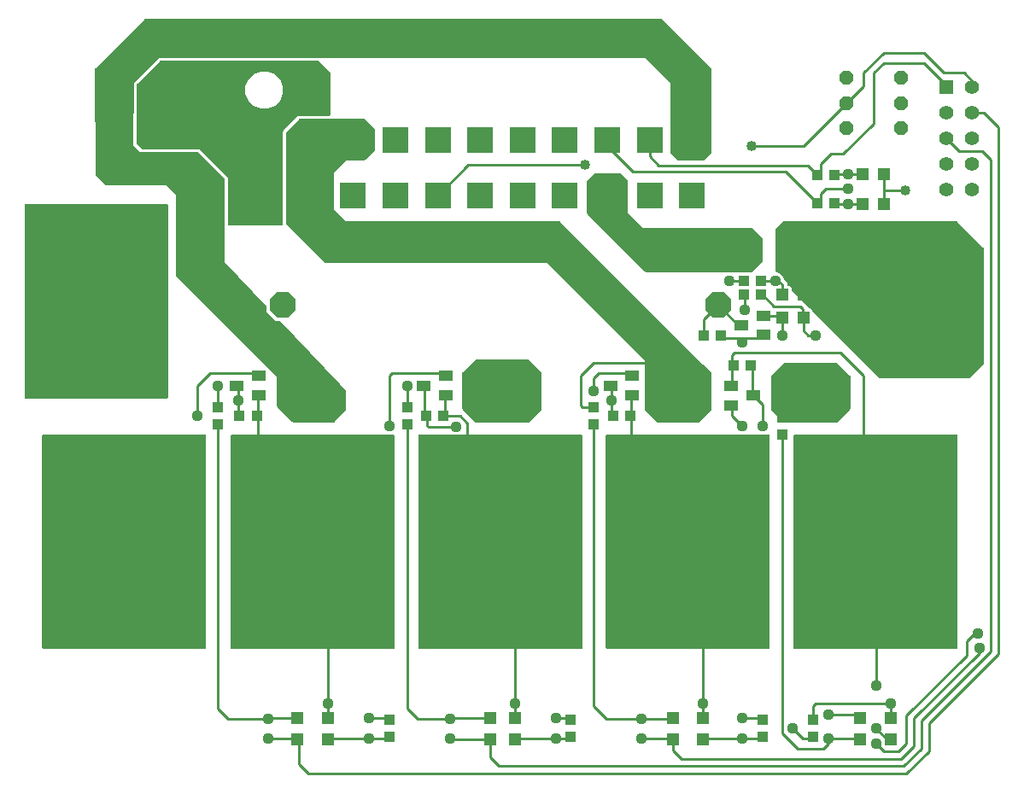
<source format=gbr>
G04 EAGLE Gerber RS-274X export*
G75*
%MOMM*%
%FSLAX34Y34*%
%LPD*%
%INTop Copper*%
%IPPOS*%
%AMOC8*
5,1,8,0,0,1.08239X$1,22.5*%
G01*
%ADD10P,2.749271X8X202.500000*%
%ADD11R,1.200000X1.200000*%
%ADD12R,1.100000X1.000000*%
%ADD13R,1.000000X1.100000*%
%ADD14R,3.150000X1.700000*%
%ADD15R,1.700000X3.150000*%
%ADD16C,8.000000*%
%ADD17R,2.550000X2.550000*%
%ADD18P,1.525737X8X112.500000*%
%ADD19R,1.400000X1.000000*%
%ADD20R,1.409600X1.409600*%
%ADD21C,1.409600*%
%ADD22C,0.254000*%
%ADD23C,1.117600*%
%ADD24C,1.108000*%
%ADD25C,1.016000*%
%ADD26C,1.422400*%
%ADD27C,1.114800*%

G36*
X335155Y373495D02*
X335155Y373495D01*
X335346Y373516D01*
X335346Y373517D01*
X335505Y373573D01*
X335674Y373634D01*
X335812Y373723D01*
X335967Y373823D01*
X335968Y373824D01*
X336143Y373993D01*
X346943Y386243D01*
X346988Y386307D01*
X347040Y386366D01*
X347087Y386450D01*
X347142Y386529D01*
X347171Y386602D01*
X347209Y386671D01*
X347235Y386763D01*
X347270Y386853D01*
X347282Y386930D01*
X347304Y387006D01*
X347315Y387149D01*
X347322Y387197D01*
X347321Y387218D01*
X347323Y387250D01*
X347323Y403800D01*
X347316Y403860D01*
X347318Y403921D01*
X347296Y404033D01*
X347283Y404146D01*
X347263Y404203D01*
X347251Y404263D01*
X347204Y404367D01*
X347166Y404474D01*
X347133Y404525D01*
X347108Y404580D01*
X346992Y404744D01*
X346977Y404767D01*
X346972Y404772D01*
X346966Y404780D01*
X344866Y407280D01*
X344833Y407311D01*
X344777Y407377D01*
X341093Y411061D01*
X281988Y473773D01*
X281875Y473869D01*
X281764Y473968D01*
X281742Y473981D01*
X281722Y473997D01*
X281589Y474065D01*
X281459Y474137D01*
X281434Y474144D01*
X281411Y474156D01*
X281267Y474191D01*
X281124Y474232D01*
X281093Y474234D01*
X281073Y474239D01*
X281025Y474240D01*
X280880Y474251D01*
X277577Y474251D01*
X268351Y483477D01*
X268351Y487638D01*
X268339Y487741D01*
X268337Y487845D01*
X268319Y487913D01*
X268311Y487984D01*
X268276Y488082D01*
X268251Y488182D01*
X268218Y488245D01*
X268194Y488312D01*
X268138Y488399D01*
X268089Y488491D01*
X268030Y488565D01*
X268005Y488605D01*
X267978Y488631D01*
X267937Y488682D01*
X226823Y532305D01*
X226823Y614700D01*
X226809Y614826D01*
X226802Y614952D01*
X226789Y614998D01*
X226783Y615046D01*
X226741Y615165D01*
X226706Y615287D01*
X226682Y615329D01*
X226666Y615374D01*
X226597Y615481D01*
X226536Y615591D01*
X226496Y615637D01*
X226477Y615667D01*
X226442Y615701D01*
X226377Y615777D01*
X201077Y641077D01*
X200978Y641156D01*
X200884Y641240D01*
X200842Y641264D01*
X200804Y641294D01*
X200690Y641348D01*
X200579Y641409D01*
X200533Y641422D01*
X200489Y641443D01*
X200366Y641469D01*
X200244Y641504D01*
X200183Y641509D01*
X200148Y641516D01*
X200100Y641515D01*
X200000Y641523D01*
X143131Y641523D01*
X136526Y648128D01*
X136820Y710466D01*
X161331Y734977D01*
X643769Y734977D01*
X668277Y710469D01*
X668277Y641250D01*
X668291Y641124D01*
X668298Y640998D01*
X668311Y640952D01*
X668317Y640904D01*
X668359Y640785D01*
X668394Y640663D01*
X668418Y640621D01*
X668434Y640576D01*
X668503Y640469D01*
X668564Y640359D01*
X668604Y640313D01*
X668623Y640283D01*
X668658Y640249D01*
X668723Y640173D01*
X675073Y633823D01*
X675172Y633744D01*
X675266Y633660D01*
X675308Y633636D01*
X675346Y633606D01*
X675460Y633552D01*
X675571Y633491D01*
X675617Y633478D01*
X675661Y633457D01*
X675784Y633431D01*
X675906Y633396D01*
X675967Y633392D01*
X676002Y633384D01*
X676050Y633385D01*
X676150Y633377D01*
X701550Y633377D01*
X701676Y633391D01*
X701802Y633398D01*
X701848Y633411D01*
X701896Y633417D01*
X702015Y633459D01*
X702137Y633494D01*
X702179Y633518D01*
X702224Y633534D01*
X702331Y633603D01*
X702441Y633664D01*
X702487Y633704D01*
X702517Y633723D01*
X702551Y633758D01*
X702627Y633823D01*
X708977Y640173D01*
X709056Y640272D01*
X709140Y640366D01*
X709164Y640408D01*
X709194Y640446D01*
X709248Y640560D01*
X709309Y640671D01*
X709322Y640717D01*
X709343Y640761D01*
X709369Y640884D01*
X709404Y641006D01*
X709409Y641067D01*
X709416Y641102D01*
X709415Y641150D01*
X709423Y641250D01*
X709423Y723800D01*
X709409Y723926D01*
X709402Y724052D01*
X709389Y724098D01*
X709383Y724146D01*
X709341Y724265D01*
X709306Y724387D01*
X709282Y724429D01*
X709266Y724474D01*
X709197Y724581D01*
X709136Y724691D01*
X709096Y724737D01*
X709077Y724767D01*
X709042Y724801D01*
X709030Y724815D01*
X709019Y724831D01*
X709008Y724841D01*
X708977Y724877D01*
X660877Y772977D01*
X660778Y773056D01*
X660684Y773140D01*
X660642Y773164D01*
X660604Y773194D01*
X660490Y773248D01*
X660379Y773309D01*
X660333Y773322D01*
X660289Y773343D01*
X660166Y773369D01*
X660044Y773404D01*
X659983Y773409D01*
X659948Y773416D01*
X659900Y773415D01*
X659800Y773423D01*
X148000Y773423D01*
X147874Y773409D01*
X147748Y773402D01*
X147702Y773389D01*
X147654Y773383D01*
X147535Y773341D01*
X147413Y773306D01*
X147371Y773282D01*
X147326Y773266D01*
X147219Y773197D01*
X147109Y773136D01*
X147063Y773096D01*
X147033Y773077D01*
X146999Y773042D01*
X146923Y772977D01*
X98823Y724877D01*
X98757Y724794D01*
X98715Y724750D01*
X98706Y724735D01*
X98659Y724683D01*
X98636Y724641D01*
X98606Y724604D01*
X98552Y724489D01*
X98491Y724378D01*
X98478Y724332D01*
X98457Y724289D01*
X98431Y724165D01*
X98396Y724042D01*
X98391Y723983D01*
X98384Y723948D01*
X98385Y723900D01*
X98377Y723799D01*
X98477Y619999D01*
X98491Y619874D01*
X98498Y619748D01*
X98511Y619701D01*
X98517Y619652D01*
X98560Y619534D01*
X98594Y619413D01*
X98618Y619371D01*
X98635Y619324D01*
X98703Y619219D01*
X98764Y619109D01*
X98804Y619062D01*
X98824Y619032D01*
X98859Y618998D01*
X98923Y618923D01*
X108923Y608923D01*
X109022Y608844D01*
X109116Y608760D01*
X109158Y608736D01*
X109196Y608706D01*
X109310Y608652D01*
X109421Y608591D01*
X109467Y608578D01*
X109511Y608557D01*
X109634Y608531D01*
X109756Y608496D01*
X109817Y608492D01*
X109852Y608484D01*
X109900Y608485D01*
X110000Y608477D01*
X169369Y608477D01*
X178377Y599469D01*
X178377Y520100D01*
X178391Y519974D01*
X178398Y519848D01*
X178411Y519802D01*
X178417Y519754D01*
X178459Y519635D01*
X178494Y519513D01*
X178518Y519471D01*
X178534Y519426D01*
X178603Y519319D01*
X178664Y519209D01*
X178704Y519163D01*
X178723Y519133D01*
X178758Y519099D01*
X178823Y519023D01*
X278477Y419369D01*
X278477Y390000D01*
X278491Y389874D01*
X278498Y389748D01*
X278511Y389702D01*
X278517Y389654D01*
X278559Y389535D01*
X278594Y389413D01*
X278618Y389371D01*
X278634Y389326D01*
X278703Y389219D01*
X278764Y389109D01*
X278804Y389063D01*
X278823Y389033D01*
X278858Y388999D01*
X278923Y388923D01*
X293923Y373923D01*
X294022Y373844D01*
X294116Y373760D01*
X294158Y373736D01*
X294196Y373706D01*
X294310Y373652D01*
X294421Y373591D01*
X294467Y373578D01*
X294511Y373557D01*
X294634Y373531D01*
X294756Y373496D01*
X294817Y373492D01*
X294852Y373484D01*
X294900Y373485D01*
X295000Y373477D01*
X335000Y373477D01*
X335155Y373495D01*
G37*
G36*
X394118Y148746D02*
X394118Y148746D01*
X394237Y148753D01*
X394275Y148766D01*
X394316Y148771D01*
X394426Y148814D01*
X394539Y148851D01*
X394574Y148873D01*
X394611Y148888D01*
X394707Y148958D01*
X394808Y149021D01*
X394836Y149051D01*
X394869Y149074D01*
X394945Y149166D01*
X395026Y149253D01*
X395046Y149288D01*
X395071Y149319D01*
X395122Y149427D01*
X395180Y149531D01*
X395190Y149571D01*
X395207Y149607D01*
X395229Y149724D01*
X395259Y149839D01*
X395263Y149900D01*
X395267Y149920D01*
X395265Y149940D01*
X395269Y150000D01*
X395269Y360000D01*
X395254Y360118D01*
X395247Y360237D01*
X395234Y360275D01*
X395229Y360316D01*
X395186Y360426D01*
X395149Y360539D01*
X395127Y360574D01*
X395112Y360611D01*
X395043Y360707D01*
X394979Y360808D01*
X394949Y360836D01*
X394926Y360869D01*
X394834Y360945D01*
X394747Y361026D01*
X394712Y361046D01*
X394681Y361071D01*
X394573Y361122D01*
X394469Y361180D01*
X394429Y361190D01*
X394393Y361207D01*
X394276Y361229D01*
X394161Y361259D01*
X394101Y361263D01*
X394081Y361267D01*
X394060Y361265D01*
X394000Y361269D01*
X234000Y361269D01*
X233882Y361254D01*
X233763Y361247D01*
X233725Y361234D01*
X233684Y361229D01*
X233574Y361186D01*
X233461Y361149D01*
X233426Y361127D01*
X233389Y361112D01*
X233293Y361043D01*
X233192Y360979D01*
X233164Y360949D01*
X233131Y360926D01*
X233056Y360834D01*
X232974Y360747D01*
X232954Y360712D01*
X232929Y360681D01*
X232878Y360573D01*
X232820Y360469D01*
X232810Y360429D01*
X232793Y360393D01*
X232771Y360276D01*
X232741Y360161D01*
X232737Y360101D01*
X232733Y360081D01*
X232735Y360060D01*
X232731Y360000D01*
X232731Y150000D01*
X232746Y149882D01*
X232753Y149763D01*
X232766Y149725D01*
X232771Y149684D01*
X232814Y149574D01*
X232851Y149461D01*
X232873Y149426D01*
X232888Y149389D01*
X232958Y149293D01*
X233021Y149192D01*
X233051Y149164D01*
X233074Y149131D01*
X233166Y149056D01*
X233253Y148974D01*
X233288Y148954D01*
X233319Y148929D01*
X233427Y148878D01*
X233531Y148820D01*
X233571Y148810D01*
X233607Y148793D01*
X233724Y148771D01*
X233839Y148741D01*
X233900Y148737D01*
X233920Y148733D01*
X233940Y148735D01*
X234000Y148731D01*
X394000Y148731D01*
X394118Y148746D01*
G37*
G36*
X207318Y148746D02*
X207318Y148746D01*
X207437Y148753D01*
X207475Y148766D01*
X207516Y148771D01*
X207626Y148814D01*
X207739Y148851D01*
X207774Y148873D01*
X207811Y148888D01*
X207907Y148958D01*
X208008Y149021D01*
X208036Y149051D01*
X208069Y149074D01*
X208145Y149166D01*
X208226Y149253D01*
X208246Y149288D01*
X208271Y149319D01*
X208322Y149427D01*
X208380Y149531D01*
X208390Y149571D01*
X208407Y149607D01*
X208429Y149724D01*
X208459Y149839D01*
X208463Y149900D01*
X208467Y149920D01*
X208465Y149940D01*
X208469Y150000D01*
X208469Y360000D01*
X208454Y360118D01*
X208447Y360237D01*
X208434Y360275D01*
X208429Y360316D01*
X208386Y360426D01*
X208349Y360539D01*
X208327Y360574D01*
X208312Y360611D01*
X208243Y360707D01*
X208179Y360808D01*
X208149Y360836D01*
X208126Y360869D01*
X208034Y360945D01*
X207947Y361026D01*
X207912Y361046D01*
X207881Y361071D01*
X207773Y361122D01*
X207669Y361180D01*
X207629Y361190D01*
X207593Y361207D01*
X207476Y361229D01*
X207361Y361259D01*
X207301Y361263D01*
X207281Y361267D01*
X207260Y361265D01*
X207200Y361269D01*
X47200Y361269D01*
X47082Y361254D01*
X46963Y361247D01*
X46925Y361234D01*
X46884Y361229D01*
X46774Y361186D01*
X46661Y361149D01*
X46626Y361127D01*
X46589Y361112D01*
X46493Y361043D01*
X46392Y360979D01*
X46364Y360949D01*
X46331Y360926D01*
X46256Y360834D01*
X46174Y360747D01*
X46154Y360712D01*
X46129Y360681D01*
X46078Y360573D01*
X46020Y360469D01*
X46010Y360429D01*
X45993Y360393D01*
X45971Y360276D01*
X45941Y360161D01*
X45937Y360101D01*
X45933Y360081D01*
X45935Y360060D01*
X45931Y360000D01*
X45931Y150000D01*
X45946Y149882D01*
X45953Y149763D01*
X45966Y149725D01*
X45971Y149684D01*
X46014Y149574D01*
X46051Y149461D01*
X46073Y149426D01*
X46088Y149389D01*
X46158Y149293D01*
X46221Y149192D01*
X46251Y149164D01*
X46274Y149131D01*
X46366Y149056D01*
X46453Y148974D01*
X46488Y148954D01*
X46519Y148929D01*
X46627Y148878D01*
X46731Y148820D01*
X46771Y148810D01*
X46807Y148793D01*
X46924Y148771D01*
X47039Y148741D01*
X47100Y148737D01*
X47120Y148733D01*
X47140Y148735D01*
X47200Y148731D01*
X207200Y148731D01*
X207318Y148746D01*
G37*
G36*
X952118Y148746D02*
X952118Y148746D01*
X952237Y148753D01*
X952275Y148766D01*
X952316Y148771D01*
X952426Y148814D01*
X952539Y148851D01*
X952574Y148873D01*
X952611Y148888D01*
X952707Y148958D01*
X952808Y149021D01*
X952836Y149051D01*
X952869Y149074D01*
X952945Y149166D01*
X953026Y149253D01*
X953046Y149288D01*
X953071Y149319D01*
X953122Y149427D01*
X953180Y149531D01*
X953190Y149571D01*
X953207Y149607D01*
X953229Y149724D01*
X953259Y149839D01*
X953263Y149900D01*
X953267Y149920D01*
X953265Y149940D01*
X953269Y150000D01*
X953269Y360000D01*
X953254Y360118D01*
X953247Y360237D01*
X953234Y360275D01*
X953229Y360316D01*
X953186Y360426D01*
X953149Y360539D01*
X953127Y360574D01*
X953112Y360611D01*
X953043Y360707D01*
X952979Y360808D01*
X952949Y360836D01*
X952926Y360869D01*
X952834Y360945D01*
X952747Y361026D01*
X952712Y361046D01*
X952681Y361071D01*
X952573Y361122D01*
X952469Y361180D01*
X952429Y361190D01*
X952393Y361207D01*
X952276Y361229D01*
X952161Y361259D01*
X952101Y361263D01*
X952081Y361267D01*
X952060Y361265D01*
X952000Y361269D01*
X792000Y361269D01*
X791882Y361254D01*
X791763Y361247D01*
X791725Y361234D01*
X791684Y361229D01*
X791574Y361186D01*
X791461Y361149D01*
X791426Y361127D01*
X791389Y361112D01*
X791293Y361043D01*
X791192Y360979D01*
X791164Y360949D01*
X791131Y360926D01*
X791056Y360834D01*
X790974Y360747D01*
X790954Y360712D01*
X790929Y360681D01*
X790878Y360573D01*
X790820Y360469D01*
X790810Y360429D01*
X790793Y360393D01*
X790771Y360276D01*
X790741Y360161D01*
X790737Y360101D01*
X790733Y360081D01*
X790735Y360060D01*
X790731Y360000D01*
X790731Y150000D01*
X790746Y149882D01*
X790753Y149763D01*
X790766Y149725D01*
X790771Y149684D01*
X790814Y149574D01*
X790851Y149461D01*
X790873Y149426D01*
X790888Y149389D01*
X790958Y149293D01*
X791021Y149192D01*
X791051Y149164D01*
X791074Y149131D01*
X791166Y149056D01*
X791253Y148974D01*
X791288Y148954D01*
X791319Y148929D01*
X791427Y148878D01*
X791531Y148820D01*
X791571Y148810D01*
X791607Y148793D01*
X791724Y148771D01*
X791839Y148741D01*
X791900Y148737D01*
X791920Y148733D01*
X791940Y148735D01*
X792000Y148731D01*
X952000Y148731D01*
X952118Y148746D01*
G37*
G36*
X766118Y148746D02*
X766118Y148746D01*
X766237Y148753D01*
X766275Y148766D01*
X766316Y148771D01*
X766426Y148814D01*
X766539Y148851D01*
X766574Y148873D01*
X766611Y148888D01*
X766707Y148958D01*
X766808Y149021D01*
X766836Y149051D01*
X766869Y149074D01*
X766945Y149166D01*
X767026Y149253D01*
X767046Y149288D01*
X767071Y149319D01*
X767122Y149427D01*
X767180Y149531D01*
X767190Y149571D01*
X767207Y149607D01*
X767229Y149724D01*
X767259Y149839D01*
X767263Y149900D01*
X767267Y149920D01*
X767265Y149940D01*
X767269Y150000D01*
X767269Y360000D01*
X767254Y360118D01*
X767247Y360237D01*
X767234Y360275D01*
X767229Y360316D01*
X767186Y360426D01*
X767149Y360539D01*
X767127Y360574D01*
X767112Y360611D01*
X767043Y360707D01*
X766979Y360808D01*
X766949Y360836D01*
X766926Y360869D01*
X766834Y360945D01*
X766747Y361026D01*
X766712Y361046D01*
X766681Y361071D01*
X766573Y361122D01*
X766469Y361180D01*
X766429Y361190D01*
X766393Y361207D01*
X766276Y361229D01*
X766161Y361259D01*
X766101Y361263D01*
X766081Y361267D01*
X766060Y361265D01*
X766000Y361269D01*
X606000Y361269D01*
X605882Y361254D01*
X605763Y361247D01*
X605725Y361234D01*
X605684Y361229D01*
X605574Y361186D01*
X605461Y361149D01*
X605426Y361127D01*
X605389Y361112D01*
X605293Y361043D01*
X605192Y360979D01*
X605164Y360949D01*
X605131Y360926D01*
X605056Y360834D01*
X604974Y360747D01*
X604954Y360712D01*
X604929Y360681D01*
X604878Y360573D01*
X604820Y360469D01*
X604810Y360429D01*
X604793Y360393D01*
X604771Y360276D01*
X604741Y360161D01*
X604737Y360101D01*
X604733Y360081D01*
X604735Y360060D01*
X604731Y360000D01*
X604731Y150000D01*
X604746Y149882D01*
X604753Y149763D01*
X604766Y149725D01*
X604771Y149684D01*
X604814Y149574D01*
X604851Y149461D01*
X604873Y149426D01*
X604888Y149389D01*
X604958Y149293D01*
X605021Y149192D01*
X605051Y149164D01*
X605074Y149131D01*
X605166Y149056D01*
X605253Y148974D01*
X605288Y148954D01*
X605319Y148929D01*
X605427Y148878D01*
X605531Y148820D01*
X605571Y148810D01*
X605607Y148793D01*
X605724Y148771D01*
X605839Y148741D01*
X605900Y148737D01*
X605920Y148733D01*
X605940Y148735D01*
X606000Y148731D01*
X766000Y148731D01*
X766118Y148746D01*
G37*
G36*
X580118Y148746D02*
X580118Y148746D01*
X580237Y148753D01*
X580275Y148766D01*
X580316Y148771D01*
X580426Y148814D01*
X580539Y148851D01*
X580574Y148873D01*
X580611Y148888D01*
X580707Y148958D01*
X580808Y149021D01*
X580836Y149051D01*
X580869Y149074D01*
X580945Y149166D01*
X581026Y149253D01*
X581046Y149288D01*
X581071Y149319D01*
X581122Y149427D01*
X581180Y149531D01*
X581190Y149571D01*
X581207Y149607D01*
X581229Y149724D01*
X581259Y149839D01*
X581263Y149900D01*
X581267Y149920D01*
X581265Y149940D01*
X581269Y150000D01*
X581269Y360000D01*
X581254Y360118D01*
X581247Y360237D01*
X581234Y360275D01*
X581229Y360316D01*
X581186Y360426D01*
X581149Y360539D01*
X581127Y360574D01*
X581112Y360611D01*
X581043Y360707D01*
X580979Y360808D01*
X580949Y360836D01*
X580926Y360869D01*
X580834Y360945D01*
X580747Y361026D01*
X580712Y361046D01*
X580681Y361071D01*
X580573Y361122D01*
X580469Y361180D01*
X580429Y361190D01*
X580393Y361207D01*
X580276Y361229D01*
X580161Y361259D01*
X580101Y361263D01*
X580081Y361267D01*
X580060Y361265D01*
X580000Y361269D01*
X458356Y361269D01*
X458347Y361268D01*
X458338Y361269D01*
X458189Y361248D01*
X458041Y361229D01*
X458032Y361226D01*
X458023Y361225D01*
X457870Y361173D01*
X457766Y361129D01*
X454734Y361129D01*
X454630Y361173D01*
X454621Y361175D01*
X454612Y361180D01*
X454468Y361217D01*
X454323Y361257D01*
X454313Y361257D01*
X454304Y361259D01*
X454144Y361269D01*
X420000Y361269D01*
X419882Y361254D01*
X419763Y361247D01*
X419725Y361234D01*
X419684Y361229D01*
X419574Y361186D01*
X419461Y361149D01*
X419426Y361127D01*
X419389Y361112D01*
X419293Y361043D01*
X419192Y360979D01*
X419164Y360949D01*
X419131Y360926D01*
X419056Y360834D01*
X418974Y360747D01*
X418954Y360712D01*
X418929Y360681D01*
X418878Y360573D01*
X418820Y360469D01*
X418810Y360429D01*
X418793Y360393D01*
X418771Y360276D01*
X418741Y360161D01*
X418737Y360101D01*
X418733Y360081D01*
X418735Y360060D01*
X418731Y360000D01*
X418731Y150000D01*
X418746Y149882D01*
X418753Y149763D01*
X418766Y149725D01*
X418771Y149684D01*
X418814Y149574D01*
X418851Y149461D01*
X418873Y149426D01*
X418888Y149389D01*
X418958Y149293D01*
X419021Y149192D01*
X419051Y149164D01*
X419074Y149131D01*
X419166Y149056D01*
X419253Y148974D01*
X419288Y148954D01*
X419319Y148929D01*
X419427Y148878D01*
X419531Y148820D01*
X419571Y148810D01*
X419607Y148793D01*
X419724Y148771D01*
X419839Y148741D01*
X419900Y148737D01*
X419920Y148733D01*
X419940Y148735D01*
X420000Y148731D01*
X580000Y148731D01*
X580118Y148746D01*
G37*
G36*
X169618Y397346D02*
X169618Y397346D01*
X169737Y397353D01*
X169775Y397366D01*
X169816Y397371D01*
X169926Y397414D01*
X170039Y397451D01*
X170074Y397473D01*
X170111Y397488D01*
X170207Y397558D01*
X170308Y397621D01*
X170336Y397651D01*
X170369Y397674D01*
X170445Y397766D01*
X170526Y397853D01*
X170546Y397888D01*
X170571Y397919D01*
X170622Y398027D01*
X170680Y398131D01*
X170690Y398171D01*
X170707Y398207D01*
X170729Y398324D01*
X170759Y398439D01*
X170763Y398500D01*
X170767Y398520D01*
X170765Y398540D01*
X170769Y398600D01*
X170769Y588600D01*
X170754Y588718D01*
X170747Y588837D01*
X170734Y588875D01*
X170729Y588916D01*
X170686Y589026D01*
X170649Y589139D01*
X170627Y589174D01*
X170612Y589211D01*
X170543Y589307D01*
X170479Y589408D01*
X170449Y589436D01*
X170426Y589469D01*
X170334Y589545D01*
X170247Y589626D01*
X170212Y589646D01*
X170181Y589671D01*
X170073Y589722D01*
X169969Y589780D01*
X169929Y589790D01*
X169893Y589807D01*
X169776Y589829D01*
X169661Y589859D01*
X169601Y589863D01*
X169581Y589867D01*
X169560Y589865D01*
X169500Y589869D01*
X29500Y589869D01*
X29382Y589854D01*
X29263Y589847D01*
X29225Y589834D01*
X29184Y589829D01*
X29074Y589786D01*
X28961Y589749D01*
X28926Y589727D01*
X28889Y589712D01*
X28793Y589643D01*
X28692Y589579D01*
X28664Y589549D01*
X28631Y589526D01*
X28556Y589434D01*
X28474Y589347D01*
X28454Y589312D01*
X28429Y589281D01*
X28378Y589173D01*
X28320Y589069D01*
X28310Y589029D01*
X28293Y588993D01*
X28271Y588876D01*
X28241Y588761D01*
X28237Y588701D01*
X28233Y588681D01*
X28235Y588660D01*
X28231Y588600D01*
X28231Y398600D01*
X28246Y398482D01*
X28253Y398363D01*
X28266Y398325D01*
X28271Y398284D01*
X28314Y398174D01*
X28351Y398061D01*
X28373Y398026D01*
X28388Y397989D01*
X28458Y397893D01*
X28521Y397792D01*
X28551Y397764D01*
X28574Y397731D01*
X28666Y397656D01*
X28753Y397574D01*
X28788Y397554D01*
X28819Y397529D01*
X28927Y397478D01*
X29031Y397420D01*
X29071Y397410D01*
X29107Y397393D01*
X29224Y397371D01*
X29339Y397341D01*
X29400Y397337D01*
X29420Y397333D01*
X29440Y397335D01*
X29500Y397331D01*
X169500Y397331D01*
X169618Y397346D01*
G37*
G36*
X695326Y373141D02*
X695326Y373141D01*
X695452Y373148D01*
X695498Y373161D01*
X695546Y373167D01*
X695665Y373209D01*
X695787Y373244D01*
X695829Y373268D01*
X695874Y373284D01*
X695981Y373353D01*
X696091Y373414D01*
X696137Y373454D01*
X696167Y373473D01*
X696201Y373508D01*
X696277Y373573D01*
X708977Y386273D01*
X709056Y386372D01*
X709140Y386466D01*
X709164Y386508D01*
X709194Y386546D01*
X709248Y386660D01*
X709309Y386771D01*
X709322Y386817D01*
X709343Y386861D01*
X709369Y386984D01*
X709404Y387106D01*
X709409Y387167D01*
X709416Y387202D01*
X709415Y387250D01*
X709423Y387350D01*
X709423Y422100D01*
X709409Y422226D01*
X709402Y422352D01*
X709389Y422398D01*
X709383Y422446D01*
X709341Y422565D01*
X709306Y422687D01*
X709282Y422729D01*
X709266Y422774D01*
X709197Y422881D01*
X709136Y422991D01*
X709096Y423037D01*
X709077Y423067D01*
X709042Y423101D01*
X708977Y423177D01*
X701078Y431076D01*
X559878Y572576D01*
X559778Y572655D01*
X559684Y572740D01*
X559643Y572763D01*
X559605Y572793D01*
X559491Y572847D01*
X559379Y572909D01*
X559333Y572922D01*
X559291Y572942D01*
X559166Y572969D01*
X559044Y573004D01*
X558984Y573008D01*
X558950Y573016D01*
X558902Y573015D01*
X558800Y573023D01*
X546100Y573023D01*
X546099Y573023D01*
X346581Y572924D01*
X334773Y584731D01*
X334773Y621569D01*
X346581Y633377D01*
X365000Y633377D01*
X365126Y633391D01*
X365252Y633398D01*
X365298Y633411D01*
X365346Y633417D01*
X365465Y633459D01*
X365587Y633494D01*
X365629Y633518D01*
X365674Y633534D01*
X365781Y633603D01*
X365891Y633664D01*
X365937Y633704D01*
X365967Y633723D01*
X366001Y633758D01*
X366077Y633823D01*
X375602Y643348D01*
X375681Y643447D01*
X375765Y643541D01*
X375789Y643583D01*
X375819Y643621D01*
X375873Y643735D01*
X375934Y643846D01*
X375947Y643892D01*
X375968Y643936D01*
X375994Y644059D01*
X376029Y644181D01*
X376034Y644242D01*
X376041Y644277D01*
X376040Y644325D01*
X376048Y644425D01*
X376048Y663475D01*
X376034Y663601D01*
X376027Y663727D01*
X376014Y663773D01*
X376008Y663821D01*
X375966Y663940D01*
X375931Y664062D01*
X375907Y664104D01*
X375891Y664149D01*
X375822Y664256D01*
X375761Y664366D01*
X375721Y664412D01*
X375702Y664442D01*
X375667Y664476D01*
X375602Y664552D01*
X366077Y674077D01*
X365978Y674156D01*
X365884Y674240D01*
X365842Y674264D01*
X365804Y674294D01*
X365690Y674348D01*
X365579Y674409D01*
X365533Y674422D01*
X365489Y674443D01*
X365366Y674469D01*
X365244Y674504D01*
X365183Y674509D01*
X365148Y674516D01*
X365100Y674515D01*
X365000Y674523D01*
X301500Y674523D01*
X301374Y674509D01*
X301248Y674502D01*
X301202Y674489D01*
X301154Y674483D01*
X301035Y674441D01*
X300913Y674406D01*
X300871Y674382D01*
X300826Y674366D01*
X300719Y674297D01*
X300609Y674236D01*
X300563Y674196D01*
X300533Y674177D01*
X300499Y674142D01*
X300423Y674077D01*
X287723Y661377D01*
X287644Y661278D01*
X287560Y661184D01*
X287536Y661142D01*
X287506Y661104D01*
X287452Y660990D01*
X287391Y660879D01*
X287378Y660833D01*
X287357Y660789D01*
X287331Y660666D01*
X287296Y660544D01*
X287292Y660483D01*
X287284Y660448D01*
X287285Y660400D01*
X287277Y660300D01*
X287277Y571400D01*
X287291Y571274D01*
X287298Y571148D01*
X287311Y571102D01*
X287317Y571054D01*
X287359Y570935D01*
X287394Y570813D01*
X287418Y570771D01*
X287434Y570726D01*
X287503Y570619D01*
X287564Y570509D01*
X287604Y570463D01*
X287623Y570433D01*
X287658Y570399D01*
X287723Y570323D01*
X325823Y532223D01*
X325922Y532144D01*
X326016Y532059D01*
X326058Y532036D01*
X326096Y532006D01*
X326210Y531952D01*
X326322Y531891D01*
X326368Y531878D01*
X326411Y531857D01*
X326535Y531831D01*
X326657Y531796D01*
X326717Y531791D01*
X326752Y531784D01*
X326800Y531785D01*
X326901Y531777D01*
X520701Y531877D01*
X546115Y531877D01*
X546170Y531777D01*
X546243Y531640D01*
X546255Y531626D01*
X546264Y531609D01*
X546423Y531423D01*
X642877Y434969D01*
X642877Y387350D01*
X642891Y387224D01*
X642898Y387098D01*
X642911Y387052D01*
X642917Y387004D01*
X642959Y386885D01*
X642994Y386763D01*
X643018Y386721D01*
X643034Y386676D01*
X643103Y386569D01*
X643164Y386459D01*
X643204Y386413D01*
X643223Y386383D01*
X643258Y386349D01*
X643323Y386273D01*
X656023Y373573D01*
X656122Y373494D01*
X656216Y373410D01*
X656258Y373386D01*
X656296Y373356D01*
X656410Y373302D01*
X656521Y373241D01*
X656567Y373228D01*
X656611Y373207D01*
X656734Y373181D01*
X656856Y373146D01*
X656917Y373142D01*
X656952Y373134D01*
X657000Y373135D01*
X657100Y373127D01*
X695200Y373127D01*
X695326Y373141D01*
G37*
G36*
X965326Y417591D02*
X965326Y417591D01*
X965452Y417598D01*
X965498Y417611D01*
X965546Y417617D01*
X965665Y417659D01*
X965787Y417694D01*
X965829Y417718D01*
X965874Y417734D01*
X965981Y417803D01*
X966091Y417864D01*
X966137Y417904D01*
X966167Y417923D01*
X966201Y417958D01*
X966277Y418023D01*
X978977Y430723D01*
X979056Y430822D01*
X979140Y430916D01*
X979164Y430958D01*
X979194Y430996D01*
X979248Y431110D01*
X979309Y431221D01*
X979322Y431267D01*
X979343Y431311D01*
X979369Y431434D01*
X979404Y431556D01*
X979409Y431617D01*
X979416Y431652D01*
X979415Y431700D01*
X979423Y431800D01*
X979423Y546100D01*
X979409Y546226D01*
X979402Y546352D01*
X979389Y546398D01*
X979383Y546446D01*
X979341Y546565D01*
X979306Y546687D01*
X979282Y546729D01*
X979266Y546774D01*
X979197Y546881D01*
X979136Y546991D01*
X979096Y547037D01*
X979077Y547067D01*
X979042Y547101D01*
X978977Y547177D01*
X953577Y572577D01*
X953478Y572656D01*
X953384Y572740D01*
X953342Y572764D01*
X953304Y572794D01*
X953190Y572848D01*
X953079Y572909D01*
X953033Y572922D01*
X952989Y572943D01*
X952866Y572969D01*
X952744Y573004D01*
X952683Y573009D01*
X952648Y573016D01*
X952600Y573015D01*
X952500Y573023D01*
X781050Y573023D01*
X780924Y573009D01*
X780798Y573002D01*
X780752Y572989D01*
X780704Y572983D01*
X780585Y572941D01*
X780463Y572906D01*
X780421Y572882D01*
X780376Y572866D01*
X780269Y572797D01*
X780159Y572736D01*
X780113Y572696D01*
X780083Y572677D01*
X780049Y572642D01*
X779973Y572577D01*
X773623Y566227D01*
X773544Y566128D01*
X773460Y566034D01*
X773436Y565992D01*
X773406Y565954D01*
X773352Y565840D01*
X773291Y565729D01*
X773278Y565683D01*
X773257Y565639D01*
X773231Y565516D01*
X773196Y565394D01*
X773192Y565333D01*
X773184Y565298D01*
X773185Y565250D01*
X773177Y565150D01*
X773177Y523836D01*
X773186Y523760D01*
X773184Y523683D01*
X773205Y523587D01*
X773217Y523490D01*
X773242Y523418D01*
X773259Y523343D01*
X773301Y523254D01*
X773334Y523161D01*
X773376Y523097D01*
X773408Y523028D01*
X773470Y522951D01*
X773523Y522869D01*
X773578Y522816D01*
X773626Y522756D01*
X773703Y522695D01*
X773774Y522626D01*
X773839Y522587D01*
X773899Y522540D01*
X774033Y522472D01*
X774073Y522448D01*
X774091Y522442D01*
X774117Y522428D01*
X777392Y521072D01*
X779822Y518642D01*
X781154Y515427D01*
X781158Y515350D01*
X781171Y515304D01*
X781177Y515256D01*
X781219Y515137D01*
X781254Y515015D01*
X781278Y514973D01*
X781294Y514928D01*
X781363Y514821D01*
X781424Y514711D01*
X781464Y514665D01*
X781483Y514635D01*
X781518Y514601D01*
X781583Y514525D01*
X784319Y511789D01*
X784319Y510472D01*
X784321Y510455D01*
X784320Y510443D01*
X784321Y510435D01*
X784320Y510420D01*
X784342Y510273D01*
X784359Y510126D01*
X784367Y510101D01*
X784371Y510075D01*
X784426Y509937D01*
X784476Y509798D01*
X784490Y509776D01*
X784500Y509751D01*
X784585Y509630D01*
X784665Y509505D01*
X784684Y509487D01*
X784699Y509465D01*
X784809Y509366D01*
X784916Y509263D01*
X784938Y509249D01*
X784958Y509232D01*
X785088Y509160D01*
X785215Y509084D01*
X785240Y509076D01*
X785263Y509063D01*
X785406Y509023D01*
X785547Y508978D01*
X785573Y508976D01*
X785598Y508968D01*
X785842Y508949D01*
X786763Y508949D01*
X788549Y507163D01*
X788549Y505328D01*
X788563Y505202D01*
X788570Y505076D01*
X788583Y505030D01*
X788589Y504982D01*
X788631Y504863D01*
X788666Y504741D01*
X788690Y504699D01*
X788706Y504654D01*
X788775Y504547D01*
X788836Y504437D01*
X788876Y504391D01*
X788895Y504361D01*
X788930Y504327D01*
X788995Y504251D01*
X806251Y486995D01*
X806350Y486916D01*
X806444Y486832D01*
X806486Y486808D01*
X806524Y486778D01*
X806638Y486724D01*
X806749Y486663D01*
X806795Y486650D01*
X806839Y486629D01*
X806962Y486603D01*
X807084Y486568D01*
X807145Y486563D01*
X807180Y486556D01*
X807228Y486557D01*
X807328Y486549D01*
X807763Y486549D01*
X809549Y484763D01*
X809549Y484328D01*
X809563Y484202D01*
X809570Y484076D01*
X809583Y484030D01*
X809589Y483982D01*
X809631Y483863D01*
X809666Y483741D01*
X809690Y483699D01*
X809706Y483654D01*
X809775Y483547D01*
X809836Y483437D01*
X809876Y483391D01*
X809895Y483361D01*
X809930Y483327D01*
X809995Y483251D01*
X875223Y418023D01*
X875322Y417944D01*
X875416Y417860D01*
X875458Y417836D01*
X875496Y417806D01*
X875610Y417752D01*
X875721Y417691D01*
X875767Y417678D01*
X875811Y417657D01*
X875934Y417631D01*
X876056Y417596D01*
X876117Y417592D01*
X876152Y417584D01*
X876200Y417585D01*
X876300Y417577D01*
X965200Y417577D01*
X965326Y417591D01*
G37*
G36*
X282931Y568494D02*
X282931Y568494D01*
X283081Y568506D01*
X283104Y568514D01*
X283128Y568517D01*
X283270Y568567D01*
X283413Y568614D01*
X283433Y568626D01*
X283456Y568634D01*
X283583Y568716D01*
X283711Y568793D01*
X283728Y568810D01*
X283749Y568823D01*
X283854Y568932D01*
X283961Y569036D01*
X283974Y569056D01*
X283991Y569074D01*
X284068Y569203D01*
X284149Y569330D01*
X284158Y569352D01*
X284170Y569373D01*
X284216Y569516D01*
X284266Y569658D01*
X284269Y569682D01*
X284276Y569705D01*
X284288Y569855D01*
X284305Y570004D01*
X284302Y570028D01*
X284304Y570052D01*
X284282Y570201D01*
X284264Y570350D01*
X284255Y570378D01*
X284252Y570397D01*
X284235Y570441D01*
X284227Y570464D01*
X284227Y661210D01*
X284923Y662890D01*
X298910Y676877D01*
X300590Y677573D01*
X330000Y677573D01*
X330026Y677576D01*
X330052Y677574D01*
X330199Y677596D01*
X330346Y677613D01*
X330371Y677621D01*
X330397Y677625D01*
X330535Y677680D01*
X330674Y677730D01*
X330696Y677744D01*
X330721Y677754D01*
X330842Y677839D01*
X330967Y677919D01*
X330985Y677938D01*
X331007Y677953D01*
X331106Y678063D01*
X331209Y678170D01*
X331223Y678192D01*
X331240Y678212D01*
X331312Y678342D01*
X331388Y678469D01*
X331396Y678494D01*
X331409Y678517D01*
X331449Y678660D01*
X331494Y678801D01*
X331496Y678827D01*
X331504Y678852D01*
X331523Y679096D01*
X331523Y720000D01*
X331509Y720126D01*
X331502Y720252D01*
X331489Y720298D01*
X331483Y720346D01*
X331441Y720465D01*
X331406Y720587D01*
X331382Y720629D01*
X331366Y720674D01*
X331297Y720781D01*
X331236Y720891D01*
X331196Y720937D01*
X331177Y720967D01*
X331142Y721001D01*
X331077Y721077D01*
X320673Y731481D01*
X320574Y731560D01*
X320480Y731644D01*
X320438Y731668D01*
X320400Y731698D01*
X320286Y731752D01*
X320175Y731813D01*
X320129Y731826D01*
X320085Y731847D01*
X319962Y731873D01*
X319840Y731908D01*
X319779Y731913D01*
X319744Y731920D01*
X319696Y731919D01*
X319596Y731927D01*
X163225Y731927D01*
X163099Y731913D01*
X162973Y731906D01*
X162927Y731893D01*
X162879Y731887D01*
X162760Y731845D01*
X162638Y731810D01*
X162596Y731786D01*
X162551Y731770D01*
X162444Y731701D01*
X162334Y731640D01*
X162288Y731600D01*
X162258Y731581D01*
X162224Y731546D01*
X162148Y731481D01*
X140307Y709640D01*
X140237Y709551D01*
X140227Y709542D01*
X140225Y709538D01*
X140148Y709453D01*
X140123Y709408D01*
X140090Y709367D01*
X140038Y709256D01*
X139978Y709149D01*
X139964Y709099D01*
X139941Y709052D01*
X139916Y708932D01*
X139882Y708814D01*
X139876Y708748D01*
X139868Y708711D01*
X139869Y708664D01*
X139861Y708570D01*
X139585Y650020D01*
X139599Y649891D01*
X139606Y649761D01*
X139618Y649718D01*
X139623Y649674D01*
X139666Y649551D01*
X139702Y649426D01*
X139724Y649387D01*
X139739Y649345D01*
X139809Y649236D01*
X139872Y649122D01*
X139908Y649080D01*
X139926Y649052D01*
X139962Y649017D01*
X140031Y648936D01*
X143948Y645019D01*
X144047Y644940D01*
X144141Y644856D01*
X144183Y644832D01*
X144221Y644802D01*
X144335Y644748D01*
X144446Y644687D01*
X144492Y644674D01*
X144536Y644653D01*
X144659Y644627D01*
X144781Y644592D01*
X144842Y644587D01*
X144877Y644580D01*
X144925Y644581D01*
X145025Y644573D01*
X200910Y644573D01*
X202590Y643877D01*
X229177Y617290D01*
X229873Y615610D01*
X229873Y570000D01*
X229876Y569974D01*
X229874Y569948D01*
X229896Y569801D01*
X229913Y569654D01*
X229921Y569629D01*
X229925Y569603D01*
X229980Y569465D01*
X230030Y569326D01*
X230044Y569304D01*
X230054Y569279D01*
X230139Y569158D01*
X230219Y569033D01*
X230238Y569015D01*
X230253Y568993D01*
X230363Y568894D01*
X230470Y568791D01*
X230492Y568777D01*
X230512Y568760D01*
X230642Y568688D01*
X230769Y568612D01*
X230794Y568604D01*
X230817Y568591D01*
X230960Y568551D01*
X231101Y568506D01*
X231127Y568504D01*
X231152Y568496D01*
X231396Y568477D01*
X282782Y568477D01*
X282931Y568494D01*
G37*
G36*
X749398Y522618D02*
X749398Y522618D01*
X749497Y522621D01*
X749555Y522638D01*
X749616Y522646D01*
X749708Y522682D01*
X749803Y522710D01*
X749855Y522740D01*
X749911Y522763D01*
X749991Y522821D01*
X750077Y522871D01*
X750152Y522937D01*
X750169Y522949D01*
X750176Y522959D01*
X750198Y522978D01*
X759723Y532503D01*
X759783Y532581D01*
X759851Y532653D01*
X759880Y532706D01*
X759917Y532754D01*
X759957Y532845D01*
X760005Y532931D01*
X760020Y532990D01*
X760044Y533046D01*
X760059Y533144D01*
X760084Y533239D01*
X760090Y533339D01*
X760094Y533360D01*
X760092Y533372D01*
X760094Y533400D01*
X760094Y555625D01*
X760082Y555723D01*
X760079Y555822D01*
X760062Y555880D01*
X760054Y555941D01*
X760018Y556033D01*
X759990Y556128D01*
X759960Y556180D01*
X759937Y556236D01*
X759879Y556316D01*
X759829Y556402D01*
X759763Y556477D01*
X759751Y556494D01*
X759741Y556501D01*
X759723Y556523D01*
X750198Y566048D01*
X750119Y566108D01*
X750047Y566176D01*
X749994Y566205D01*
X749946Y566242D01*
X749855Y566282D01*
X749769Y566330D01*
X749710Y566345D01*
X749654Y566369D01*
X749556Y566384D01*
X749461Y566409D01*
X749361Y566415D01*
X749340Y566419D01*
X749328Y566417D01*
X749300Y566419D01*
X641876Y566419D01*
X626619Y581676D01*
X626619Y612675D01*
X626607Y612773D01*
X626604Y612872D01*
X626587Y612930D01*
X626579Y612991D01*
X626543Y613083D01*
X626515Y613178D01*
X626485Y613230D01*
X626462Y613286D01*
X626404Y613366D01*
X626354Y613452D01*
X626288Y613527D01*
X626276Y613544D01*
X626266Y613551D01*
X626248Y613573D01*
X619898Y619923D01*
X619819Y619983D01*
X619747Y620051D01*
X619694Y620080D01*
X619646Y620117D01*
X619555Y620157D01*
X619469Y620205D01*
X619410Y620220D01*
X619354Y620244D01*
X619256Y620259D01*
X619161Y620284D01*
X619061Y620290D01*
X619040Y620294D01*
X619028Y620292D01*
X619000Y620294D01*
X593600Y620294D01*
X593502Y620282D01*
X593403Y620279D01*
X593345Y620262D01*
X593284Y620254D01*
X593192Y620218D01*
X593097Y620190D01*
X593045Y620160D01*
X592989Y620137D01*
X592909Y620079D01*
X592823Y620029D01*
X592748Y619963D01*
X592731Y619951D01*
X592724Y619941D01*
X592703Y619923D01*
X586353Y613573D01*
X586292Y613494D01*
X586224Y613422D01*
X586195Y613369D01*
X586158Y613321D01*
X586118Y613230D01*
X586070Y613144D01*
X586055Y613085D01*
X586031Y613029D01*
X586016Y612931D01*
X585991Y612836D01*
X585985Y612736D01*
X585981Y612715D01*
X585983Y612703D01*
X585981Y612675D01*
X585981Y581150D01*
X585993Y581052D01*
X585996Y580953D01*
X586013Y580895D01*
X586021Y580834D01*
X586057Y580742D01*
X586085Y580647D01*
X586115Y580595D01*
X586138Y580539D01*
X586196Y580459D01*
X586246Y580373D01*
X586312Y580298D01*
X586324Y580281D01*
X586334Y580274D01*
X586353Y580253D01*
X643628Y522978D01*
X643706Y522917D01*
X643778Y522849D01*
X643831Y522820D01*
X643879Y522783D01*
X643970Y522743D01*
X644056Y522695D01*
X644115Y522680D01*
X644171Y522656D01*
X644269Y522641D01*
X644364Y522616D01*
X644464Y522610D01*
X644485Y522606D01*
X644497Y522608D01*
X644525Y522606D01*
X749300Y522606D01*
X749398Y522618D01*
G37*
G36*
X527123Y373293D02*
X527123Y373293D01*
X527222Y373296D01*
X527280Y373313D01*
X527341Y373321D01*
X527433Y373357D01*
X527528Y373385D01*
X527580Y373415D01*
X527636Y373438D01*
X527716Y373496D01*
X527802Y373546D01*
X527877Y373612D01*
X527894Y373624D01*
X527901Y373634D01*
X527923Y373653D01*
X540623Y386353D01*
X540683Y386431D01*
X540751Y386503D01*
X540773Y386543D01*
X540789Y386562D01*
X540795Y386575D01*
X540817Y386604D01*
X540857Y386695D01*
X540905Y386781D01*
X540920Y386839D01*
X540924Y386850D01*
X540925Y386852D01*
X540944Y386896D01*
X540959Y386994D01*
X540984Y387089D01*
X540990Y387189D01*
X540994Y387210D01*
X540992Y387222D01*
X540994Y387250D01*
X540994Y422175D01*
X540982Y422273D01*
X540979Y422372D01*
X540962Y422430D01*
X540954Y422491D01*
X540918Y422583D01*
X540890Y422678D01*
X540860Y422730D01*
X540837Y422786D01*
X540779Y422866D01*
X540729Y422952D01*
X540663Y423027D01*
X540651Y423044D01*
X540641Y423051D01*
X540623Y423073D01*
X527923Y435773D01*
X527844Y435833D01*
X527772Y435901D01*
X527719Y435930D01*
X527671Y435967D01*
X527580Y436007D01*
X527494Y436055D01*
X527435Y436070D01*
X527379Y436094D01*
X527281Y436109D01*
X527186Y436134D01*
X527086Y436140D01*
X527065Y436144D01*
X527053Y436142D01*
X527025Y436144D01*
X476225Y436144D01*
X476127Y436132D01*
X476028Y436129D01*
X475970Y436112D01*
X475909Y436104D01*
X475817Y436068D01*
X475722Y436040D01*
X475670Y436010D01*
X475614Y435987D01*
X475534Y435929D01*
X475448Y435879D01*
X475373Y435813D01*
X475356Y435801D01*
X475349Y435791D01*
X475328Y435773D01*
X462628Y423073D01*
X462567Y422994D01*
X462499Y422922D01*
X462470Y422869D01*
X462433Y422821D01*
X462393Y422730D01*
X462345Y422644D01*
X462330Y422585D01*
X462306Y422529D01*
X462291Y422431D01*
X462266Y422336D01*
X462260Y422236D01*
X462256Y422215D01*
X462258Y422203D01*
X462256Y422175D01*
X462256Y387250D01*
X462268Y387152D01*
X462271Y387053D01*
X462288Y386995D01*
X462296Y386934D01*
X462332Y386842D01*
X462360Y386747D01*
X462381Y386711D01*
X462384Y386703D01*
X462393Y386688D01*
X462413Y386639D01*
X462471Y386559D01*
X462521Y386473D01*
X462550Y386441D01*
X462554Y386434D01*
X462563Y386425D01*
X462587Y386398D01*
X462599Y386381D01*
X462609Y386374D01*
X462628Y386353D01*
X475328Y373653D01*
X475406Y373592D01*
X475478Y373524D01*
X475531Y373495D01*
X475579Y373458D01*
X475670Y373418D01*
X475756Y373370D01*
X475815Y373355D01*
X475871Y373331D01*
X475969Y373316D01*
X476064Y373291D01*
X476164Y373285D01*
X476185Y373281D01*
X476197Y373283D01*
X476225Y373281D01*
X527025Y373281D01*
X527123Y373293D01*
G37*
G36*
X833223Y373293D02*
X833223Y373293D01*
X833322Y373296D01*
X833380Y373313D01*
X833441Y373321D01*
X833533Y373357D01*
X833628Y373385D01*
X833680Y373415D01*
X833736Y373438D01*
X833816Y373496D01*
X833902Y373546D01*
X833977Y373612D01*
X833994Y373624D01*
X834001Y373634D01*
X834023Y373653D01*
X846723Y386353D01*
X846783Y386431D01*
X846851Y386503D01*
X846873Y386543D01*
X846889Y386562D01*
X846895Y386575D01*
X846917Y386604D01*
X846957Y386695D01*
X847005Y386781D01*
X847020Y386839D01*
X847024Y386850D01*
X847025Y386852D01*
X847044Y386896D01*
X847059Y386994D01*
X847084Y387089D01*
X847090Y387189D01*
X847094Y387210D01*
X847092Y387222D01*
X847094Y387250D01*
X847094Y419000D01*
X847082Y419098D01*
X847079Y419197D01*
X847062Y419255D01*
X847054Y419316D01*
X847018Y419408D01*
X846990Y419503D01*
X846960Y419555D01*
X846937Y419611D01*
X846879Y419691D01*
X846829Y419777D01*
X846763Y419852D01*
X846751Y419869D01*
X846741Y419876D01*
X846723Y419898D01*
X834023Y432598D01*
X833944Y432658D01*
X833872Y432726D01*
X833819Y432755D01*
X833771Y432792D01*
X833680Y432832D01*
X833594Y432880D01*
X833535Y432895D01*
X833479Y432919D01*
X833381Y432934D01*
X833286Y432959D01*
X833186Y432965D01*
X833165Y432969D01*
X833153Y432967D01*
X833125Y432969D01*
X782325Y432969D01*
X782227Y432957D01*
X782128Y432954D01*
X782070Y432937D01*
X782009Y432929D01*
X781917Y432893D01*
X781822Y432865D01*
X781770Y432835D01*
X781714Y432812D01*
X781634Y432754D01*
X781548Y432704D01*
X781473Y432638D01*
X781456Y432626D01*
X781449Y432616D01*
X781428Y432598D01*
X768728Y419898D01*
X768667Y419819D01*
X768599Y419747D01*
X768570Y419694D01*
X768533Y419646D01*
X768493Y419555D01*
X768445Y419469D01*
X768430Y419410D01*
X768406Y419354D01*
X768391Y419256D01*
X768366Y419161D01*
X768360Y419061D01*
X768358Y419054D01*
X768358Y419053D01*
X768356Y419040D01*
X768358Y419028D01*
X768356Y419000D01*
X768356Y387250D01*
X768368Y387152D01*
X768371Y387053D01*
X768388Y386995D01*
X768396Y386934D01*
X768432Y386842D01*
X768460Y386747D01*
X768481Y386711D01*
X768484Y386703D01*
X768493Y386688D01*
X768513Y386639D01*
X768571Y386559D01*
X768621Y386473D01*
X768650Y386441D01*
X768654Y386434D01*
X768663Y386425D01*
X768687Y386398D01*
X768699Y386381D01*
X768709Y386374D01*
X768728Y386353D01*
X781428Y373653D01*
X781506Y373592D01*
X781578Y373524D01*
X781631Y373495D01*
X781679Y373458D01*
X781770Y373418D01*
X781856Y373370D01*
X781915Y373355D01*
X781971Y373331D01*
X782069Y373316D01*
X782164Y373291D01*
X782264Y373285D01*
X782285Y373281D01*
X782297Y373283D01*
X782325Y373281D01*
X833125Y373281D01*
X833223Y373293D01*
G37*
%LPC*%
G36*
X262312Y684459D02*
X262312Y684459D01*
X255497Y687282D01*
X250282Y692497D01*
X247459Y699312D01*
X247459Y706688D01*
X250282Y713503D01*
X255497Y718718D01*
X262312Y721541D01*
X269688Y721541D01*
X276503Y718718D01*
X281718Y713503D01*
X284541Y706688D01*
X284541Y699312D01*
X281718Y692497D01*
X276503Y687282D01*
X269688Y684459D01*
X262312Y684459D01*
G37*
%LPD*%
D10*
X715900Y490000D03*
X284100Y490000D03*
D11*
X329000Y59500D03*
X329000Y80500D03*
X515000Y59500D03*
X515000Y80500D03*
X701000Y59500D03*
X701000Y80500D03*
X800500Y499900D03*
X779500Y499900D03*
X887000Y59500D03*
X887000Y80500D03*
D12*
X390000Y78500D03*
X390000Y61500D03*
X570000Y78500D03*
X570000Y61500D03*
X760000Y78500D03*
X760000Y61500D03*
D13*
X758500Y513750D03*
X741500Y513750D03*
D12*
X810000Y78500D03*
X810000Y61500D03*
D14*
X809300Y396200D03*
X809300Y343800D03*
D15*
X735800Y546100D03*
X788200Y546100D03*
D14*
X680000Y396200D03*
X680000Y343800D03*
X500000Y396200D03*
X500000Y343800D03*
X314000Y396200D03*
X314000Y343800D03*
D11*
X880500Y590000D03*
X859500Y590000D03*
D13*
X831500Y590550D03*
X814500Y590550D03*
D16*
X314000Y230000D03*
X500000Y230000D03*
X686000Y230000D03*
X906650Y490000D03*
X872000Y230000D03*
X93350Y490000D03*
D17*
X312000Y653700D03*
X354000Y653700D03*
X396000Y653700D03*
X438000Y653700D03*
X480000Y653700D03*
X522000Y653700D03*
X564000Y653700D03*
X606000Y653700D03*
X648000Y653700D03*
X690000Y653700D03*
X312000Y598700D03*
X354000Y598700D03*
X396000Y598700D03*
X438000Y598700D03*
X480000Y598700D03*
X522000Y598700D03*
X564000Y598700D03*
X606000Y598700D03*
X648000Y598700D03*
X690000Y598700D03*
D16*
X128000Y230000D03*
D18*
X843000Y665000D03*
X843000Y690000D03*
X843000Y715000D03*
X897000Y715000D03*
X897000Y690000D03*
X897000Y665000D03*
D13*
X831500Y619125D03*
X814500Y619125D03*
D11*
X880500Y620000D03*
X859500Y620000D03*
D13*
X241500Y380000D03*
X258500Y380000D03*
D11*
X299000Y59500D03*
X299000Y80500D03*
D12*
X220000Y388500D03*
X220000Y371500D03*
D13*
X426500Y380000D03*
X443500Y380000D03*
D11*
X490000Y59500D03*
X490000Y80500D03*
D12*
X407500Y388500D03*
X407500Y371500D03*
D13*
X611800Y380100D03*
X628800Y380100D03*
D11*
X671000Y59500D03*
X671000Y80500D03*
D12*
X592500Y388500D03*
X592500Y371500D03*
D13*
X718500Y460000D03*
X701500Y460000D03*
D11*
X800500Y477500D03*
X779500Y477500D03*
D13*
X758500Y500000D03*
X741500Y500000D03*
D19*
X751000Y400000D03*
X729000Y390500D03*
X729000Y409500D03*
D13*
X731500Y430000D03*
X748500Y430000D03*
D19*
X239000Y410000D03*
X261000Y419500D03*
X261000Y400500D03*
X424000Y410000D03*
X446000Y419500D03*
X446000Y400500D03*
X609000Y410000D03*
X631000Y419500D03*
X631000Y400500D03*
X739000Y470000D03*
X761000Y479500D03*
X761000Y460500D03*
D11*
X857000Y59500D03*
X857000Y80500D03*
D12*
X780000Y361500D03*
X780000Y378500D03*
D20*
X942300Y705800D03*
D21*
X967700Y705800D03*
X942300Y680400D03*
X967700Y680400D03*
X942300Y655000D03*
X967700Y655000D03*
X942300Y629600D03*
X967700Y629600D03*
X942300Y604200D03*
X967700Y604200D03*
D22*
X880500Y603250D02*
X880500Y590000D01*
X880500Y603250D02*
X880500Y620000D01*
X880500Y603250D02*
X901700Y603250D01*
X741500Y513750D02*
X727500Y513750D01*
X390000Y80000D02*
X390000Y78500D01*
X390000Y80000D02*
X370000Y80000D01*
X750000Y400000D02*
X751000Y400000D01*
X750000Y400000D02*
X750000Y428500D01*
X748500Y430000D01*
X760000Y391000D02*
X760000Y370000D01*
X760000Y391000D02*
X751000Y400000D01*
X611800Y380100D02*
X610100Y380100D01*
X610000Y380000D01*
X610000Y395000D01*
X610000Y409000D02*
X609000Y410000D01*
X610000Y409000D02*
X610000Y395000D01*
X426500Y380000D02*
X425000Y380000D01*
X425000Y409000D01*
X424000Y410000D01*
X241500Y380000D02*
X240000Y380000D01*
X240000Y395000D02*
X240000Y409000D01*
X239000Y410000D01*
X240000Y395000D02*
X240000Y380000D01*
X701500Y460000D02*
X701500Y475600D01*
X715900Y490000D01*
X735900Y470000D02*
X739000Y470000D01*
X735900Y470000D02*
X715900Y490000D01*
X810000Y61500D02*
X810000Y60000D01*
X800000Y60000D01*
X790000Y70000D01*
X427500Y380000D02*
X426500Y380000D01*
X427500Y380000D02*
X427500Y370000D01*
X428750Y368750D02*
X456250Y368750D01*
X428750Y368750D02*
X427500Y370000D01*
X555000Y80000D02*
X570000Y80000D01*
X570000Y78500D01*
X740000Y80000D02*
X760000Y80000D01*
X760000Y78500D01*
D23*
X790000Y70000D03*
D24*
X727500Y513750D03*
D25*
X901700Y603250D03*
D26*
X53575Y352425D03*
X126600Y352425D03*
X199625Y352425D03*
X199625Y313375D03*
X199625Y272100D03*
X199625Y218125D03*
X199625Y157800D03*
X126600Y157800D03*
X53575Y157800D03*
X53575Y218125D03*
X53575Y268925D03*
X53575Y316550D03*
X35400Y581025D03*
X98900Y581025D03*
X159225Y581025D03*
X159225Y536575D03*
X159225Y495300D03*
X159225Y450850D03*
X159225Y406400D03*
X98900Y406400D03*
X35400Y406400D03*
X35400Y447675D03*
X35400Y495300D03*
X35400Y536575D03*
D23*
X370000Y80000D03*
X740000Y80000D03*
X555000Y80000D03*
X760000Y370000D03*
X610000Y395000D03*
X240000Y395000D03*
D26*
X150000Y660000D03*
X150000Y700000D03*
X170000Y700000D03*
X150000Y680000D03*
X270000Y580000D03*
X250000Y580000D03*
X250000Y600000D03*
X270000Y600000D03*
X250000Y620000D03*
X320000Y690000D03*
X320000Y720000D03*
X270000Y620000D03*
X270000Y640000D03*
X270000Y660000D03*
X250000Y640000D03*
X250000Y660000D03*
X170000Y660000D03*
X170000Y720000D03*
X170000Y680000D03*
D23*
X456250Y368750D03*
D22*
X606000Y647900D02*
X606000Y653700D01*
X606000Y647900D02*
X631700Y622200D01*
X782850Y622200D01*
X814500Y590550D01*
X822500Y605000D02*
X845000Y605000D01*
X822500Y605000D02*
X817500Y600000D01*
X817500Y593550D01*
X814500Y590550D01*
D23*
X845000Y605000D03*
D22*
X648000Y637650D02*
X648000Y653700D01*
X648000Y637650D02*
X657100Y628550D01*
X805075Y628550D01*
X814500Y619125D01*
X942300Y705800D02*
X942300Y707700D01*
X920000Y730000D01*
X880000Y730000D01*
X870000Y720000D01*
X870000Y670000D01*
X840000Y640000D01*
X827500Y640000D01*
X817500Y630000D01*
X817500Y622125D01*
X814500Y619125D01*
D26*
X791975Y419100D03*
X807850Y422275D03*
X823725Y419100D03*
X779275Y408900D03*
X836425Y406400D03*
X779275Y393025D03*
X836425Y390525D03*
D22*
X742500Y500000D02*
X741500Y500000D01*
X742500Y500000D02*
X742500Y485000D01*
D23*
X742500Y485000D03*
X710000Y550000D03*
D22*
X314000Y230000D02*
X267400Y183400D01*
X329000Y95000D02*
X329000Y80500D01*
X329000Y95000D02*
X329000Y159000D01*
X330000Y160000D01*
X260000Y380000D02*
X258500Y380000D01*
X260000Y380000D02*
X260000Y399500D01*
X261000Y400500D01*
X260000Y380000D02*
X260000Y360000D01*
D23*
X329000Y95000D03*
D22*
X451500Y181500D02*
X500000Y230000D01*
X515000Y95000D02*
X515000Y80500D01*
X515000Y95000D02*
X515000Y155000D01*
X510000Y160000D01*
X445000Y380000D02*
X443500Y380000D01*
X445000Y380000D02*
X445000Y399500D01*
X446000Y400500D01*
X445000Y380000D02*
X460000Y380000D01*
X467500Y372500D01*
X467500Y358750D01*
D23*
X515000Y95000D03*
D22*
X686000Y230000D02*
X728900Y230000D01*
X686000Y230000D02*
X732200Y183800D01*
X701000Y95000D02*
X701000Y80500D01*
X701000Y95000D02*
X701000Y159000D01*
X700000Y160000D01*
X631000Y400500D02*
X630500Y400500D01*
X630000Y400000D01*
X630000Y381300D01*
X628800Y380100D01*
X630000Y381300D02*
X630000Y360000D01*
D23*
X701000Y95000D03*
D22*
X761000Y460250D02*
X761000Y460500D01*
X761000Y460250D02*
X761250Y460000D01*
X718500Y460000D02*
X718500Y459000D01*
X720000Y457500D01*
X740000Y457500D01*
X758000Y457500D01*
X761000Y460500D01*
X761000Y458500D01*
X760000Y457500D01*
X758000Y457500D01*
X740000Y457500D02*
X740000Y452500D01*
D23*
X740000Y452500D03*
X807500Y557500D03*
D22*
X872000Y230000D02*
X885300Y230000D01*
X872000Y230000D02*
X861500Y219500D01*
X872000Y230000D02*
X882500Y219500D01*
X870000Y160000D02*
X872500Y157500D01*
X860000Y360000D02*
X860000Y420000D01*
X729500Y409500D02*
X729000Y409500D01*
X729500Y409500D02*
X730000Y410000D01*
X730000Y428500D01*
X731500Y430000D01*
X837500Y442500D02*
X860000Y420000D01*
X837500Y442500D02*
X732500Y442500D01*
X730000Y440000D01*
X730000Y431500D01*
X731500Y430000D01*
X872500Y70000D02*
X875000Y67500D01*
X872500Y112500D02*
X872500Y157500D01*
X883000Y59500D02*
X887000Y59500D01*
X883000Y59500D02*
X872500Y70000D01*
D23*
X872500Y70000D03*
X872500Y112500D03*
D22*
X592500Y388500D02*
X581500Y388500D01*
X580000Y390000D01*
X580000Y420000D01*
X592500Y432500D01*
X645000Y432500D01*
X407500Y410000D02*
X407500Y388500D01*
D26*
X485875Y422275D03*
X517625Y422275D03*
X501750Y425450D03*
X530325Y412750D03*
X473175Y412750D03*
X530325Y396875D03*
X473175Y396875D03*
D23*
X407500Y410000D03*
D22*
X220000Y410000D02*
X220000Y388500D01*
X314000Y396200D02*
X314000Y406000D01*
X310000Y410000D01*
X285000Y410000D01*
D23*
X220000Y410000D03*
X285000Y410000D03*
D22*
X887000Y80500D02*
X887500Y80000D01*
X887500Y95000D02*
X812500Y95000D01*
X810000Y92500D01*
X810000Y78500D01*
X887000Y80500D02*
X887000Y94500D01*
X887500Y95000D01*
D23*
X887500Y95000D03*
D22*
X772500Y513750D02*
X758500Y513750D01*
X777500Y501900D02*
X779500Y499900D01*
X780000Y510000D02*
X776250Y513750D01*
X772500Y513750D01*
X780000Y510000D02*
X780000Y500400D01*
X779500Y499900D01*
D23*
X772500Y513750D03*
D22*
X832050Y590000D02*
X831500Y590550D01*
X832050Y590000D02*
X845000Y590000D01*
X859500Y590000D01*
D23*
X845000Y590000D03*
D22*
X800700Y647700D02*
X749300Y647700D01*
X800700Y647700D02*
X843000Y690000D01*
X584200Y628650D02*
X467950Y628650D01*
X438000Y598700D01*
X967700Y705800D02*
X967700Y712300D01*
X960000Y720000D01*
X940000Y720000D01*
X920000Y740000D01*
X880000Y740000D01*
X860000Y720000D01*
X860000Y707000D01*
X843000Y690000D01*
D25*
X749300Y647700D03*
X584200Y628650D03*
D22*
X832375Y620000D02*
X845000Y620000D01*
X859500Y620000D01*
X832375Y620000D02*
X831500Y619125D01*
D23*
X845000Y620000D03*
D22*
X220000Y371500D02*
X220000Y90000D01*
X230500Y79500D02*
X270000Y79500D01*
X230500Y79500D02*
X220000Y90000D01*
X270000Y79500D02*
X271000Y80500D01*
X299000Y80500D01*
D23*
X270000Y79500D03*
D22*
X407500Y90000D02*
X407500Y371500D01*
X418000Y79500D02*
X450000Y79500D01*
X418000Y79500D02*
X407500Y90000D01*
X451000Y80500D02*
X490000Y80500D01*
X451000Y80500D02*
X450000Y79500D01*
D23*
X450000Y79500D03*
D22*
X592500Y92500D02*
X592500Y371500D01*
X605500Y79500D02*
X640000Y79500D01*
X605500Y79500D02*
X592500Y92500D01*
X640000Y79500D02*
X670000Y79500D01*
X671000Y80500D01*
D23*
X640000Y79500D03*
D22*
X329500Y60000D02*
X329000Y59500D01*
X351500Y60000D02*
X370000Y60000D01*
X329500Y60000D01*
X390000Y60000D02*
X390000Y61500D01*
X390000Y60000D02*
X370000Y60000D01*
D23*
X370000Y60000D03*
D22*
X515000Y59500D02*
X515500Y60000D01*
X555000Y60000D01*
X570000Y60000D02*
X570000Y61500D01*
X570000Y60000D02*
X555000Y60000D01*
D23*
X555000Y60000D03*
D22*
X701000Y59500D02*
X701500Y60000D01*
X760000Y60000D02*
X760000Y61500D01*
X760000Y60000D02*
X740000Y60000D01*
X701500Y60000D01*
D23*
X740000Y60000D03*
D22*
X758500Y500000D02*
X760000Y500000D01*
X771250Y488750D01*
X797500Y488750D01*
X800000Y486250D01*
X800000Y478000D01*
X800500Y477500D01*
X800500Y464500D01*
X805000Y460000D01*
X812500Y460000D01*
D23*
X812500Y460000D03*
D22*
X780000Y361500D02*
X780000Y65000D01*
X795000Y50000D01*
X820000Y50000D01*
X825000Y55000D01*
X825000Y60000D01*
X856500Y60000D01*
X857000Y59500D01*
D23*
X825000Y60000D03*
D22*
X740000Y370000D02*
X730000Y380000D01*
X730000Y389500D01*
X729000Y390500D01*
X902500Y55000D02*
X895000Y47500D01*
X902500Y55000D02*
X902500Y82500D01*
X962500Y142500D01*
X962500Y156250D01*
X970000Y163750D01*
X973750Y163750D01*
X857000Y80500D02*
X856500Y80000D01*
X853750Y83750D02*
X825000Y83750D01*
X853750Y83750D02*
X857000Y80500D01*
X880000Y47500D02*
X895000Y47500D01*
X880000Y47500D02*
X872500Y55000D01*
D23*
X825000Y83750D03*
X740000Y370000D03*
X973750Y163750D03*
D27*
X872500Y55000D03*
D22*
X761000Y479000D02*
X761000Y479500D01*
X779500Y477500D02*
X779500Y460500D01*
X780000Y460000D01*
X778500Y479000D02*
X761000Y479000D01*
X778500Y479000D02*
X779500Y477500D01*
D23*
X780000Y460000D03*
D22*
X446000Y419500D02*
X443000Y419500D01*
X440000Y422500D01*
X392500Y422500D01*
X390000Y420000D01*
X390000Y370000D01*
X490000Y41250D02*
X498750Y32500D01*
X900000Y32500D01*
X917500Y50000D01*
X917500Y77500D01*
X986250Y146250D01*
X986250Y633750D01*
X977500Y642500D01*
X954800Y642500D01*
X942300Y655000D01*
X490000Y59500D02*
X490000Y41250D01*
X490000Y59500D02*
X450500Y59500D01*
X450000Y60000D01*
D23*
X450000Y60000D03*
X390000Y370000D03*
D22*
X261000Y419500D02*
X258000Y419500D01*
X255000Y422500D01*
X212500Y422500D01*
X200000Y410000D01*
X200000Y380000D01*
X310000Y25000D02*
X902500Y25000D01*
X310000Y25000D02*
X300000Y35000D01*
X902500Y25000D02*
X925000Y47500D01*
X925000Y75000D01*
X993750Y143750D01*
X979600Y680400D02*
X967700Y680400D01*
X993750Y666250D02*
X993750Y143750D01*
X993750Y666250D02*
X979600Y680400D01*
X300000Y58500D02*
X300000Y35000D01*
X300000Y58500D02*
X299000Y59500D01*
X298500Y60000D02*
X270000Y60000D01*
X298500Y60000D02*
X299000Y59500D01*
D23*
X270000Y60000D03*
X200000Y380000D03*
D22*
X628000Y419500D02*
X631000Y419500D01*
X628000Y419500D02*
X625000Y422500D01*
X597500Y422500D01*
X592500Y417500D01*
X592500Y405000D01*
X680000Y40000D02*
X897500Y40000D01*
X910000Y52500D01*
X910000Y80000D01*
X975000Y145000D01*
X975000Y150000D01*
X670500Y60000D02*
X640000Y60000D01*
X670500Y60000D02*
X671000Y59500D01*
X671500Y60000D01*
X671500Y48500D01*
X680000Y40000D01*
D23*
X592500Y405000D03*
X640000Y60000D03*
X975000Y150000D03*
M02*

</source>
